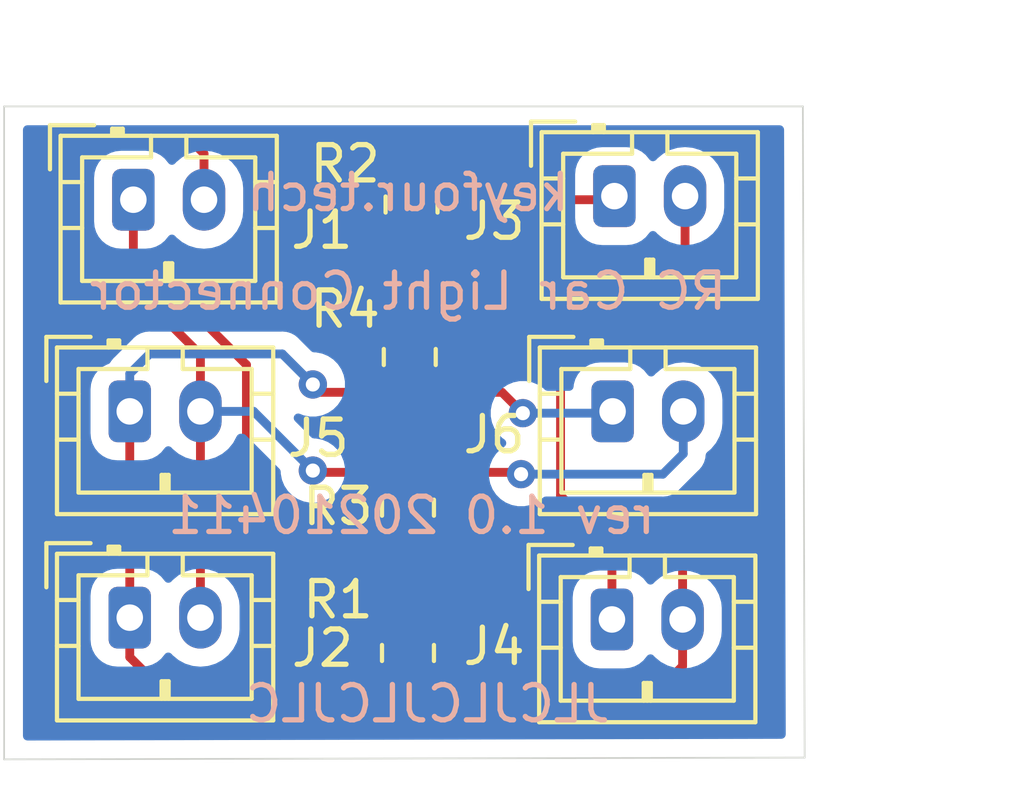
<source format=kicad_pcb>
(kicad_pcb (version 20171130) (host pcbnew 5.1.9)

  (general
    (thickness 1.6)
    (drawings 10)
    (tracks 65)
    (zones 0)
    (modules 10)
    (nets 7)
  )

  (page A4)
  (layers
    (0 F.Cu signal)
    (31 B.Cu signal)
    (32 B.Adhes user)
    (33 F.Adhes user)
    (34 B.Paste user)
    (35 F.Paste user)
    (36 B.SilkS user)
    (37 F.SilkS user)
    (38 B.Mask user)
    (39 F.Mask user)
    (40 Dwgs.User user)
    (41 Cmts.User user)
    (42 Eco1.User user)
    (43 Eco2.User user)
    (44 Edge.Cuts user)
    (45 Margin user)
    (46 B.CrtYd user)
    (47 F.CrtYd user)
    (48 B.Fab user)
    (49 F.Fab user)
  )

  (setup
    (last_trace_width 0.25)
    (trace_clearance 0.2)
    (zone_clearance 0.508)
    (zone_45_only no)
    (trace_min 0.2)
    (via_size 0.8)
    (via_drill 0.4)
    (via_min_size 0.4)
    (via_min_drill 0.3)
    (uvia_size 0.3)
    (uvia_drill 0.1)
    (uvias_allowed no)
    (uvia_min_size 0.2)
    (uvia_min_drill 0.1)
    (edge_width 0.05)
    (segment_width 0.2)
    (pcb_text_width 0.3)
    (pcb_text_size 1.5 1.5)
    (mod_edge_width 0.12)
    (mod_text_size 1 1)
    (mod_text_width 0.15)
    (pad_size 1.524 1.524)
    (pad_drill 0.762)
    (pad_to_mask_clearance 0)
    (aux_axis_origin 0 0)
    (visible_elements FFFFFF7F)
    (pcbplotparams
      (layerselection 0x010fc_ffffffff)
      (usegerberextensions false)
      (usegerberattributes true)
      (usegerberadvancedattributes true)
      (creategerberjobfile true)
      (excludeedgelayer true)
      (linewidth 0.100000)
      (plotframeref false)
      (viasonmask false)
      (mode 1)
      (useauxorigin false)
      (hpglpennumber 1)
      (hpglpenspeed 20)
      (hpglpendiameter 15.000000)
      (psnegative false)
      (psa4output false)
      (plotreference true)
      (plotvalue true)
      (plotinvisibletext false)
      (padsonsilk false)
      (subtractmaskfromsilk false)
      (outputformat 1)
      (mirror false)
      (drillshape 0)
      (scaleselection 1)
      (outputdirectory "Gerber/"))
  )

  (net 0 "")
  (net 1 "Net-(J1-Pad2)")
  (net 2 "Net-(J1-Pad1)")
  (net 3 "Net-(J3-Pad2)")
  (net 4 "Net-(J3-Pad1)")
  (net 5 "Net-(J2-Pad1)")
  (net 6 "Net-(J4-Pad1)")

  (net_class Default "This is the default net class."
    (clearance 0.2)
    (trace_width 0.25)
    (via_dia 0.8)
    (via_drill 0.4)
    (uvia_dia 0.3)
    (uvia_drill 0.1)
    (add_net "Net-(J1-Pad1)")
    (add_net "Net-(J1-Pad2)")
    (add_net "Net-(J2-Pad1)")
    (add_net "Net-(J3-Pad1)")
    (add_net "Net-(J3-Pad2)")
    (add_net "Net-(J4-Pad1)")
  )

  (module Connector_JST:JST_PH_B2B-PH-K_1x02_P2.00mm_Vertical (layer F.Cu) (tedit 5B7745C2) (tstamp 6072CA2C)
    (at 128.1176 84.9884)
    (descr "JST PH series connector, B2B-PH-K (http://www.jst-mfg.com/product/pdf/eng/ePH.pdf), generated with kicad-footprint-generator")
    (tags "connector JST PH side entry")
    (path /6072CC7D)
    (fp_text reference J1 (at 5.334 0.8636) (layer F.SilkS)
      (effects (font (size 1 1) (thickness 0.15)))
    )
    (fp_text value Conn_01x02 (at 1 4) (layer F.Fab)
      (effects (font (size 1 1) (thickness 0.15)))
    )
    (fp_line (start -2.06 -1.81) (end -2.06 2.91) (layer F.SilkS) (width 0.12))
    (fp_line (start -2.06 2.91) (end 4.06 2.91) (layer F.SilkS) (width 0.12))
    (fp_line (start 4.06 2.91) (end 4.06 -1.81) (layer F.SilkS) (width 0.12))
    (fp_line (start 4.06 -1.81) (end -2.06 -1.81) (layer F.SilkS) (width 0.12))
    (fp_line (start -0.3 -1.81) (end -0.3 -2.01) (layer F.SilkS) (width 0.12))
    (fp_line (start -0.3 -2.01) (end -0.6 -2.01) (layer F.SilkS) (width 0.12))
    (fp_line (start -0.6 -2.01) (end -0.6 -1.81) (layer F.SilkS) (width 0.12))
    (fp_line (start -0.3 -1.91) (end -0.6 -1.91) (layer F.SilkS) (width 0.12))
    (fp_line (start 0.5 -1.81) (end 0.5 -1.2) (layer F.SilkS) (width 0.12))
    (fp_line (start 0.5 -1.2) (end -1.45 -1.2) (layer F.SilkS) (width 0.12))
    (fp_line (start -1.45 -1.2) (end -1.45 2.3) (layer F.SilkS) (width 0.12))
    (fp_line (start -1.45 2.3) (end 3.45 2.3) (layer F.SilkS) (width 0.12))
    (fp_line (start 3.45 2.3) (end 3.45 -1.2) (layer F.SilkS) (width 0.12))
    (fp_line (start 3.45 -1.2) (end 1.5 -1.2) (layer F.SilkS) (width 0.12))
    (fp_line (start 1.5 -1.2) (end 1.5 -1.81) (layer F.SilkS) (width 0.12))
    (fp_line (start -2.06 -0.5) (end -1.45 -0.5) (layer F.SilkS) (width 0.12))
    (fp_line (start -2.06 0.8) (end -1.45 0.8) (layer F.SilkS) (width 0.12))
    (fp_line (start 4.06 -0.5) (end 3.45 -0.5) (layer F.SilkS) (width 0.12))
    (fp_line (start 4.06 0.8) (end 3.45 0.8) (layer F.SilkS) (width 0.12))
    (fp_line (start 0.9 2.3) (end 0.9 1.8) (layer F.SilkS) (width 0.12))
    (fp_line (start 0.9 1.8) (end 1.1 1.8) (layer F.SilkS) (width 0.12))
    (fp_line (start 1.1 1.8) (end 1.1 2.3) (layer F.SilkS) (width 0.12))
    (fp_line (start 1 2.3) (end 1 1.8) (layer F.SilkS) (width 0.12))
    (fp_line (start -1.11 -2.11) (end -2.36 -2.11) (layer F.SilkS) (width 0.12))
    (fp_line (start -2.36 -2.11) (end -2.36 -0.86) (layer F.SilkS) (width 0.12))
    (fp_line (start -1.11 -2.11) (end -2.36 -2.11) (layer F.Fab) (width 0.1))
    (fp_line (start -2.36 -2.11) (end -2.36 -0.86) (layer F.Fab) (width 0.1))
    (fp_line (start -1.95 -1.7) (end -1.95 2.8) (layer F.Fab) (width 0.1))
    (fp_line (start -1.95 2.8) (end 3.95 2.8) (layer F.Fab) (width 0.1))
    (fp_line (start 3.95 2.8) (end 3.95 -1.7) (layer F.Fab) (width 0.1))
    (fp_line (start 3.95 -1.7) (end -1.95 -1.7) (layer F.Fab) (width 0.1))
    (fp_line (start -2.45 -2.2) (end -2.45 3.3) (layer F.CrtYd) (width 0.05))
    (fp_line (start -2.45 3.3) (end 4.45 3.3) (layer F.CrtYd) (width 0.05))
    (fp_line (start 4.45 3.3) (end 4.45 -2.2) (layer F.CrtYd) (width 0.05))
    (fp_line (start 4.45 -2.2) (end -2.45 -2.2) (layer F.CrtYd) (width 0.05))
    (fp_text user %R (at 1 1.5) (layer F.Fab)
      (effects (font (size 1 1) (thickness 0.15)))
    )
    (pad 2 thru_hole oval (at 2 0) (size 1.2 1.75) (drill 0.75) (layers *.Cu *.Mask)
      (net 1 "Net-(J1-Pad2)"))
    (pad 1 thru_hole roundrect (at 0 0) (size 1.2 1.75) (drill 0.75) (layers *.Cu *.Mask) (roundrect_rratio 0.2083325)
      (net 2 "Net-(J1-Pad1)"))
    (model ${KISYS3DMOD}/Connector_JST.3dshapes/JST_PH_B2B-PH-K_1x02_P2.00mm_Vertical.wrl
      (at (xyz 0 0 0))
      (scale (xyz 1 1 1))
      (rotate (xyz 0 0 0))
    )
  )

  (module Connector_JST:JST_PH_B2B-PH-K_1x02_P2.00mm_Vertical (layer F.Cu) (tedit 5B7745C2) (tstamp 60724EDA)
    (at 128.016 96.8248)
    (descr "JST PH series connector, B2B-PH-K (http://www.jst-mfg.com/product/pdf/eng/ePH.pdf), generated with kicad-footprint-generator")
    (tags "connector JST PH side entry")
    (path /60729AC6)
    (fp_text reference J2 (at 5.4544 0.8636) (layer F.SilkS)
      (effects (font (size 1 1) (thickness 0.15)))
    )
    (fp_text value Conn_01x02 (at 1 4) (layer F.Fab)
      (effects (font (size 1 1) (thickness 0.15)))
    )
    (fp_line (start 4.45 -2.2) (end -2.45 -2.2) (layer F.CrtYd) (width 0.05))
    (fp_line (start 4.45 3.3) (end 4.45 -2.2) (layer F.CrtYd) (width 0.05))
    (fp_line (start -2.45 3.3) (end 4.45 3.3) (layer F.CrtYd) (width 0.05))
    (fp_line (start -2.45 -2.2) (end -2.45 3.3) (layer F.CrtYd) (width 0.05))
    (fp_line (start 3.95 -1.7) (end -1.95 -1.7) (layer F.Fab) (width 0.1))
    (fp_line (start 3.95 2.8) (end 3.95 -1.7) (layer F.Fab) (width 0.1))
    (fp_line (start -1.95 2.8) (end 3.95 2.8) (layer F.Fab) (width 0.1))
    (fp_line (start -1.95 -1.7) (end -1.95 2.8) (layer F.Fab) (width 0.1))
    (fp_line (start -2.36 -2.11) (end -2.36 -0.86) (layer F.Fab) (width 0.1))
    (fp_line (start -1.11 -2.11) (end -2.36 -2.11) (layer F.Fab) (width 0.1))
    (fp_line (start -2.36 -2.11) (end -2.36 -0.86) (layer F.SilkS) (width 0.12))
    (fp_line (start -1.11 -2.11) (end -2.36 -2.11) (layer F.SilkS) (width 0.12))
    (fp_line (start 1 2.3) (end 1 1.8) (layer F.SilkS) (width 0.12))
    (fp_line (start 1.1 1.8) (end 1.1 2.3) (layer F.SilkS) (width 0.12))
    (fp_line (start 0.9 1.8) (end 1.1 1.8) (layer F.SilkS) (width 0.12))
    (fp_line (start 0.9 2.3) (end 0.9 1.8) (layer F.SilkS) (width 0.12))
    (fp_line (start 4.06 0.8) (end 3.45 0.8) (layer F.SilkS) (width 0.12))
    (fp_line (start 4.06 -0.5) (end 3.45 -0.5) (layer F.SilkS) (width 0.12))
    (fp_line (start -2.06 0.8) (end -1.45 0.8) (layer F.SilkS) (width 0.12))
    (fp_line (start -2.06 -0.5) (end -1.45 -0.5) (layer F.SilkS) (width 0.12))
    (fp_line (start 1.5 -1.2) (end 1.5 -1.81) (layer F.SilkS) (width 0.12))
    (fp_line (start 3.45 -1.2) (end 1.5 -1.2) (layer F.SilkS) (width 0.12))
    (fp_line (start 3.45 2.3) (end 3.45 -1.2) (layer F.SilkS) (width 0.12))
    (fp_line (start -1.45 2.3) (end 3.45 2.3) (layer F.SilkS) (width 0.12))
    (fp_line (start -1.45 -1.2) (end -1.45 2.3) (layer F.SilkS) (width 0.12))
    (fp_line (start 0.5 -1.2) (end -1.45 -1.2) (layer F.SilkS) (width 0.12))
    (fp_line (start 0.5 -1.81) (end 0.5 -1.2) (layer F.SilkS) (width 0.12))
    (fp_line (start -0.3 -1.91) (end -0.6 -1.91) (layer F.SilkS) (width 0.12))
    (fp_line (start -0.6 -2.01) (end -0.6 -1.81) (layer F.SilkS) (width 0.12))
    (fp_line (start -0.3 -2.01) (end -0.6 -2.01) (layer F.SilkS) (width 0.12))
    (fp_line (start -0.3 -1.81) (end -0.3 -2.01) (layer F.SilkS) (width 0.12))
    (fp_line (start 4.06 -1.81) (end -2.06 -1.81) (layer F.SilkS) (width 0.12))
    (fp_line (start 4.06 2.91) (end 4.06 -1.81) (layer F.SilkS) (width 0.12))
    (fp_line (start -2.06 2.91) (end 4.06 2.91) (layer F.SilkS) (width 0.12))
    (fp_line (start -2.06 -1.81) (end -2.06 2.91) (layer F.SilkS) (width 0.12))
    (fp_text user %R (at 1 1.5) (layer F.Fab)
      (effects (font (size 1 1) (thickness 0.15)))
    )
    (pad 1 thru_hole roundrect (at 0 0) (size 1.2 1.75) (drill 0.75) (layers *.Cu *.Mask) (roundrect_rratio 0.2083325)
      (net 5 "Net-(J2-Pad1)"))
    (pad 2 thru_hole oval (at 2 0) (size 1.2 1.75) (drill 0.75) (layers *.Cu *.Mask)
      (net 1 "Net-(J1-Pad2)"))
    (model ${KISYS3DMOD}/Connector_JST.3dshapes/JST_PH_B2B-PH-K_1x02_P2.00mm_Vertical.wrl
      (at (xyz 0 0 0))
      (scale (xyz 1 1 1))
      (rotate (xyz 0 0 0))
    )
  )

  (module Connector_JST:JST_PH_B2B-PH-K_1x02_P2.00mm_Vertical (layer F.Cu) (tedit 5B7745C2) (tstamp 6072D587)
    (at 141.732 84.8868)
    (descr "JST PH series connector, B2B-PH-K (http://www.jst-mfg.com/product/pdf/eng/ePH.pdf), generated with kicad-footprint-generator")
    (tags "connector JST PH side entry")
    (path /6073261E)
    (fp_text reference J3 (at -3.4036 0.7112) (layer F.SilkS)
      (effects (font (size 1 1) (thickness 0.15)))
    )
    (fp_text value Conn_01x02 (at 1 4) (layer F.Fab)
      (effects (font (size 1 1) (thickness 0.15)))
    )
    (fp_line (start -2.06 -1.81) (end -2.06 2.91) (layer F.SilkS) (width 0.12))
    (fp_line (start -2.06 2.91) (end 4.06 2.91) (layer F.SilkS) (width 0.12))
    (fp_line (start 4.06 2.91) (end 4.06 -1.81) (layer F.SilkS) (width 0.12))
    (fp_line (start 4.06 -1.81) (end -2.06 -1.81) (layer F.SilkS) (width 0.12))
    (fp_line (start -0.3 -1.81) (end -0.3 -2.01) (layer F.SilkS) (width 0.12))
    (fp_line (start -0.3 -2.01) (end -0.6 -2.01) (layer F.SilkS) (width 0.12))
    (fp_line (start -0.6 -2.01) (end -0.6 -1.81) (layer F.SilkS) (width 0.12))
    (fp_line (start -0.3 -1.91) (end -0.6 -1.91) (layer F.SilkS) (width 0.12))
    (fp_line (start 0.5 -1.81) (end 0.5 -1.2) (layer F.SilkS) (width 0.12))
    (fp_line (start 0.5 -1.2) (end -1.45 -1.2) (layer F.SilkS) (width 0.12))
    (fp_line (start -1.45 -1.2) (end -1.45 2.3) (layer F.SilkS) (width 0.12))
    (fp_line (start -1.45 2.3) (end 3.45 2.3) (layer F.SilkS) (width 0.12))
    (fp_line (start 3.45 2.3) (end 3.45 -1.2) (layer F.SilkS) (width 0.12))
    (fp_line (start 3.45 -1.2) (end 1.5 -1.2) (layer F.SilkS) (width 0.12))
    (fp_line (start 1.5 -1.2) (end 1.5 -1.81) (layer F.SilkS) (width 0.12))
    (fp_line (start -2.06 -0.5) (end -1.45 -0.5) (layer F.SilkS) (width 0.12))
    (fp_line (start -2.06 0.8) (end -1.45 0.8) (layer F.SilkS) (width 0.12))
    (fp_line (start 4.06 -0.5) (end 3.45 -0.5) (layer F.SilkS) (width 0.12))
    (fp_line (start 4.06 0.8) (end 3.45 0.8) (layer F.SilkS) (width 0.12))
    (fp_line (start 0.9 2.3) (end 0.9 1.8) (layer F.SilkS) (width 0.12))
    (fp_line (start 0.9 1.8) (end 1.1 1.8) (layer F.SilkS) (width 0.12))
    (fp_line (start 1.1 1.8) (end 1.1 2.3) (layer F.SilkS) (width 0.12))
    (fp_line (start 1 2.3) (end 1 1.8) (layer F.SilkS) (width 0.12))
    (fp_line (start -1.11 -2.11) (end -2.36 -2.11) (layer F.SilkS) (width 0.12))
    (fp_line (start -2.36 -2.11) (end -2.36 -0.86) (layer F.SilkS) (width 0.12))
    (fp_line (start -1.11 -2.11) (end -2.36 -2.11) (layer F.Fab) (width 0.1))
    (fp_line (start -2.36 -2.11) (end -2.36 -0.86) (layer F.Fab) (width 0.1))
    (fp_line (start -1.95 -1.7) (end -1.95 2.8) (layer F.Fab) (width 0.1))
    (fp_line (start -1.95 2.8) (end 3.95 2.8) (layer F.Fab) (width 0.1))
    (fp_line (start 3.95 2.8) (end 3.95 -1.7) (layer F.Fab) (width 0.1))
    (fp_line (start 3.95 -1.7) (end -1.95 -1.7) (layer F.Fab) (width 0.1))
    (fp_line (start -2.45 -2.2) (end -2.45 3.3) (layer F.CrtYd) (width 0.05))
    (fp_line (start -2.45 3.3) (end 4.45 3.3) (layer F.CrtYd) (width 0.05))
    (fp_line (start 4.45 3.3) (end 4.45 -2.2) (layer F.CrtYd) (width 0.05))
    (fp_line (start 4.45 -2.2) (end -2.45 -2.2) (layer F.CrtYd) (width 0.05))
    (fp_text user %R (at 1 1.5) (layer F.Fab)
      (effects (font (size 1 1) (thickness 0.15)))
    )
    (pad 2 thru_hole oval (at 2 0) (size 1.2 1.75) (drill 0.75) (layers *.Cu *.Mask)
      (net 3 "Net-(J3-Pad2)"))
    (pad 1 thru_hole roundrect (at 0 0) (size 1.2 1.75) (drill 0.75) (layers *.Cu *.Mask) (roundrect_rratio 0.2083325)
      (net 4 "Net-(J3-Pad1)"))
    (model ${KISYS3DMOD}/Connector_JST.3dshapes/JST_PH_B2B-PH-K_1x02_P2.00mm_Vertical.wrl
      (at (xyz 0 0 0))
      (scale (xyz 1 1 1))
      (rotate (xyz 0 0 0))
    )
  )

  (module Connector_JST:JST_PH_B2B-PH-K_1x02_P2.00mm_Vertical (layer F.Cu) (tedit 5B7745C2) (tstamp 60724F2E)
    (at 141.6624 96.8756)
    (descr "JST PH series connector, B2B-PH-K (http://www.jst-mfg.com/product/pdf/eng/ePH.pdf), generated with kicad-footprint-generator")
    (tags "connector JST PH side entry")
    (path /60732612)
    (fp_text reference J4 (at -3.334 0.762) (layer F.SilkS)
      (effects (font (size 1 1) (thickness 0.15)))
    )
    (fp_text value Conn_01x02 (at 1 4) (layer F.Fab)
      (effects (font (size 1 1) (thickness 0.15)))
    )
    (fp_line (start 4.45 -2.2) (end -2.45 -2.2) (layer F.CrtYd) (width 0.05))
    (fp_line (start 4.45 3.3) (end 4.45 -2.2) (layer F.CrtYd) (width 0.05))
    (fp_line (start -2.45 3.3) (end 4.45 3.3) (layer F.CrtYd) (width 0.05))
    (fp_line (start -2.45 -2.2) (end -2.45 3.3) (layer F.CrtYd) (width 0.05))
    (fp_line (start 3.95 -1.7) (end -1.95 -1.7) (layer F.Fab) (width 0.1))
    (fp_line (start 3.95 2.8) (end 3.95 -1.7) (layer F.Fab) (width 0.1))
    (fp_line (start -1.95 2.8) (end 3.95 2.8) (layer F.Fab) (width 0.1))
    (fp_line (start -1.95 -1.7) (end -1.95 2.8) (layer F.Fab) (width 0.1))
    (fp_line (start -2.36 -2.11) (end -2.36 -0.86) (layer F.Fab) (width 0.1))
    (fp_line (start -1.11 -2.11) (end -2.36 -2.11) (layer F.Fab) (width 0.1))
    (fp_line (start -2.36 -2.11) (end -2.36 -0.86) (layer F.SilkS) (width 0.12))
    (fp_line (start -1.11 -2.11) (end -2.36 -2.11) (layer F.SilkS) (width 0.12))
    (fp_line (start 1 2.3) (end 1 1.8) (layer F.SilkS) (width 0.12))
    (fp_line (start 1.1 1.8) (end 1.1 2.3) (layer F.SilkS) (width 0.12))
    (fp_line (start 0.9 1.8) (end 1.1 1.8) (layer F.SilkS) (width 0.12))
    (fp_line (start 0.9 2.3) (end 0.9 1.8) (layer F.SilkS) (width 0.12))
    (fp_line (start 4.06 0.8) (end 3.45 0.8) (layer F.SilkS) (width 0.12))
    (fp_line (start 4.06 -0.5) (end 3.45 -0.5) (layer F.SilkS) (width 0.12))
    (fp_line (start -2.06 0.8) (end -1.45 0.8) (layer F.SilkS) (width 0.12))
    (fp_line (start -2.06 -0.5) (end -1.45 -0.5) (layer F.SilkS) (width 0.12))
    (fp_line (start 1.5 -1.2) (end 1.5 -1.81) (layer F.SilkS) (width 0.12))
    (fp_line (start 3.45 -1.2) (end 1.5 -1.2) (layer F.SilkS) (width 0.12))
    (fp_line (start 3.45 2.3) (end 3.45 -1.2) (layer F.SilkS) (width 0.12))
    (fp_line (start -1.45 2.3) (end 3.45 2.3) (layer F.SilkS) (width 0.12))
    (fp_line (start -1.45 -1.2) (end -1.45 2.3) (layer F.SilkS) (width 0.12))
    (fp_line (start 0.5 -1.2) (end -1.45 -1.2) (layer F.SilkS) (width 0.12))
    (fp_line (start 0.5 -1.81) (end 0.5 -1.2) (layer F.SilkS) (width 0.12))
    (fp_line (start -0.3 -1.91) (end -0.6 -1.91) (layer F.SilkS) (width 0.12))
    (fp_line (start -0.6 -2.01) (end -0.6 -1.81) (layer F.SilkS) (width 0.12))
    (fp_line (start -0.3 -2.01) (end -0.6 -2.01) (layer F.SilkS) (width 0.12))
    (fp_line (start -0.3 -1.81) (end -0.3 -2.01) (layer F.SilkS) (width 0.12))
    (fp_line (start 4.06 -1.81) (end -2.06 -1.81) (layer F.SilkS) (width 0.12))
    (fp_line (start 4.06 2.91) (end 4.06 -1.81) (layer F.SilkS) (width 0.12))
    (fp_line (start -2.06 2.91) (end 4.06 2.91) (layer F.SilkS) (width 0.12))
    (fp_line (start -2.06 -1.81) (end -2.06 2.91) (layer F.SilkS) (width 0.12))
    (fp_text user %R (at 1 1.5) (layer F.Fab)
      (effects (font (size 1 1) (thickness 0.15)))
    )
    (pad 1 thru_hole roundrect (at 0 0) (size 1.2 1.75) (drill 0.75) (layers *.Cu *.Mask) (roundrect_rratio 0.2083325)
      (net 6 "Net-(J4-Pad1)"))
    (pad 2 thru_hole oval (at 2 0) (size 1.2 1.75) (drill 0.75) (layers *.Cu *.Mask)
      (net 3 "Net-(J3-Pad2)"))
    (model ${KISYS3DMOD}/Connector_JST.3dshapes/JST_PH_B2B-PH-K_1x02_P2.00mm_Vertical.wrl
      (at (xyz 0 0 0))
      (scale (xyz 1 1 1))
      (rotate (xyz 0 0 0))
    )
  )

  (module Connector_JST:JST_PH_B2B-PH-K_1x02_P2.00mm_Vertical (layer F.Cu) (tedit 5B7745C2) (tstamp 6072C12C)
    (at 128.016 90.9828)
    (descr "JST PH series connector, B2B-PH-K (http://www.jst-mfg.com/product/pdf/eng/ePH.pdf), generated with kicad-footprint-generator")
    (tags "connector JST PH side entry")
    (path /6072B4CE)
    (fp_text reference J5 (at 5.334 0.762) (layer F.SilkS)
      (effects (font (size 1 1) (thickness 0.15)))
    )
    (fp_text value Conn_01x02 (at 1 4) (layer F.Fab)
      (effects (font (size 1 1) (thickness 0.15)))
    )
    (fp_line (start 4.45 -2.2) (end -2.45 -2.2) (layer F.CrtYd) (width 0.05))
    (fp_line (start 4.45 3.3) (end 4.45 -2.2) (layer F.CrtYd) (width 0.05))
    (fp_line (start -2.45 3.3) (end 4.45 3.3) (layer F.CrtYd) (width 0.05))
    (fp_line (start -2.45 -2.2) (end -2.45 3.3) (layer F.CrtYd) (width 0.05))
    (fp_line (start 3.95 -1.7) (end -1.95 -1.7) (layer F.Fab) (width 0.1))
    (fp_line (start 3.95 2.8) (end 3.95 -1.7) (layer F.Fab) (width 0.1))
    (fp_line (start -1.95 2.8) (end 3.95 2.8) (layer F.Fab) (width 0.1))
    (fp_line (start -1.95 -1.7) (end -1.95 2.8) (layer F.Fab) (width 0.1))
    (fp_line (start -2.36 -2.11) (end -2.36 -0.86) (layer F.Fab) (width 0.1))
    (fp_line (start -1.11 -2.11) (end -2.36 -2.11) (layer F.Fab) (width 0.1))
    (fp_line (start -2.36 -2.11) (end -2.36 -0.86) (layer F.SilkS) (width 0.12))
    (fp_line (start -1.11 -2.11) (end -2.36 -2.11) (layer F.SilkS) (width 0.12))
    (fp_line (start 1 2.3) (end 1 1.8) (layer F.SilkS) (width 0.12))
    (fp_line (start 1.1 1.8) (end 1.1 2.3) (layer F.SilkS) (width 0.12))
    (fp_line (start 0.9 1.8) (end 1.1 1.8) (layer F.SilkS) (width 0.12))
    (fp_line (start 0.9 2.3) (end 0.9 1.8) (layer F.SilkS) (width 0.12))
    (fp_line (start 4.06 0.8) (end 3.45 0.8) (layer F.SilkS) (width 0.12))
    (fp_line (start 4.06 -0.5) (end 3.45 -0.5) (layer F.SilkS) (width 0.12))
    (fp_line (start -2.06 0.8) (end -1.45 0.8) (layer F.SilkS) (width 0.12))
    (fp_line (start -2.06 -0.5) (end -1.45 -0.5) (layer F.SilkS) (width 0.12))
    (fp_line (start 1.5 -1.2) (end 1.5 -1.81) (layer F.SilkS) (width 0.12))
    (fp_line (start 3.45 -1.2) (end 1.5 -1.2) (layer F.SilkS) (width 0.12))
    (fp_line (start 3.45 2.3) (end 3.45 -1.2) (layer F.SilkS) (width 0.12))
    (fp_line (start -1.45 2.3) (end 3.45 2.3) (layer F.SilkS) (width 0.12))
    (fp_line (start -1.45 -1.2) (end -1.45 2.3) (layer F.SilkS) (width 0.12))
    (fp_line (start 0.5 -1.2) (end -1.45 -1.2) (layer F.SilkS) (width 0.12))
    (fp_line (start 0.5 -1.81) (end 0.5 -1.2) (layer F.SilkS) (width 0.12))
    (fp_line (start -0.3 -1.91) (end -0.6 -1.91) (layer F.SilkS) (width 0.12))
    (fp_line (start -0.6 -2.01) (end -0.6 -1.81) (layer F.SilkS) (width 0.12))
    (fp_line (start -0.3 -2.01) (end -0.6 -2.01) (layer F.SilkS) (width 0.12))
    (fp_line (start -0.3 -1.81) (end -0.3 -2.01) (layer F.SilkS) (width 0.12))
    (fp_line (start 4.06 -1.81) (end -2.06 -1.81) (layer F.SilkS) (width 0.12))
    (fp_line (start 4.06 2.91) (end 4.06 -1.81) (layer F.SilkS) (width 0.12))
    (fp_line (start -2.06 2.91) (end 4.06 2.91) (layer F.SilkS) (width 0.12))
    (fp_line (start -2.06 -1.81) (end -2.06 2.91) (layer F.SilkS) (width 0.12))
    (fp_text user %R (at 1 1.5) (layer F.Fab)
      (effects (font (size 1 1) (thickness 0.15)))
    )
    (pad 1 thru_hole roundrect (at 0 0) (size 1.2 1.75) (drill 0.75) (layers *.Cu *.Mask) (roundrect_rratio 0.208333)
      (net 5 "Net-(J2-Pad1)"))
    (pad 2 thru_hole oval (at 2 0) (size 1.2 1.75) (drill 0.75) (layers *.Cu *.Mask)
      (net 1 "Net-(J1-Pad2)"))
    (model ${KISYS3DMOD}/Connector_JST.3dshapes/JST_PH_B2B-PH-K_1x02_P2.00mm_Vertical.wrl
      (at (xyz 0 0 0))
      (scale (xyz 1 1 1))
      (rotate (xyz 0 0 0))
    )
  )

  (module Connector_JST:JST_PH_B2B-PH-K_1x02_P2.00mm_Vertical (layer F.Cu) (tedit 5B7745C2) (tstamp 6072C156)
    (at 141.6812 90.9828)
    (descr "JST PH series connector, B2B-PH-K (http://www.jst-mfg.com/product/pdf/eng/ePH.pdf), generated with kicad-footprint-generator")
    (tags "connector JST PH side entry")
    (path /6072BBB9)
    (fp_text reference J6 (at -3.3528 0.6604) (layer F.SilkS)
      (effects (font (size 1 1) (thickness 0.15)))
    )
    (fp_text value Conn_01x02 (at 1 4) (layer F.Fab)
      (effects (font (size 1 1) (thickness 0.15)))
    )
    (fp_text user %R (at 1 1.5) (layer F.Fab)
      (effects (font (size 1 1) (thickness 0.15)))
    )
    (fp_line (start -2.06 -1.81) (end -2.06 2.91) (layer F.SilkS) (width 0.12))
    (fp_line (start -2.06 2.91) (end 4.06 2.91) (layer F.SilkS) (width 0.12))
    (fp_line (start 4.06 2.91) (end 4.06 -1.81) (layer F.SilkS) (width 0.12))
    (fp_line (start 4.06 -1.81) (end -2.06 -1.81) (layer F.SilkS) (width 0.12))
    (fp_line (start -0.3 -1.81) (end -0.3 -2.01) (layer F.SilkS) (width 0.12))
    (fp_line (start -0.3 -2.01) (end -0.6 -2.01) (layer F.SilkS) (width 0.12))
    (fp_line (start -0.6 -2.01) (end -0.6 -1.81) (layer F.SilkS) (width 0.12))
    (fp_line (start -0.3 -1.91) (end -0.6 -1.91) (layer F.SilkS) (width 0.12))
    (fp_line (start 0.5 -1.81) (end 0.5 -1.2) (layer F.SilkS) (width 0.12))
    (fp_line (start 0.5 -1.2) (end -1.45 -1.2) (layer F.SilkS) (width 0.12))
    (fp_line (start -1.45 -1.2) (end -1.45 2.3) (layer F.SilkS) (width 0.12))
    (fp_line (start -1.45 2.3) (end 3.45 2.3) (layer F.SilkS) (width 0.12))
    (fp_line (start 3.45 2.3) (end 3.45 -1.2) (layer F.SilkS) (width 0.12))
    (fp_line (start 3.45 -1.2) (end 1.5 -1.2) (layer F.SilkS) (width 0.12))
    (fp_line (start 1.5 -1.2) (end 1.5 -1.81) (layer F.SilkS) (width 0.12))
    (fp_line (start -2.06 -0.5) (end -1.45 -0.5) (layer F.SilkS) (width 0.12))
    (fp_line (start -2.06 0.8) (end -1.45 0.8) (layer F.SilkS) (width 0.12))
    (fp_line (start 4.06 -0.5) (end 3.45 -0.5) (layer F.SilkS) (width 0.12))
    (fp_line (start 4.06 0.8) (end 3.45 0.8) (layer F.SilkS) (width 0.12))
    (fp_line (start 0.9 2.3) (end 0.9 1.8) (layer F.SilkS) (width 0.12))
    (fp_line (start 0.9 1.8) (end 1.1 1.8) (layer F.SilkS) (width 0.12))
    (fp_line (start 1.1 1.8) (end 1.1 2.3) (layer F.SilkS) (width 0.12))
    (fp_line (start 1 2.3) (end 1 1.8) (layer F.SilkS) (width 0.12))
    (fp_line (start -1.11 -2.11) (end -2.36 -2.11) (layer F.SilkS) (width 0.12))
    (fp_line (start -2.36 -2.11) (end -2.36 -0.86) (layer F.SilkS) (width 0.12))
    (fp_line (start -1.11 -2.11) (end -2.36 -2.11) (layer F.Fab) (width 0.1))
    (fp_line (start -2.36 -2.11) (end -2.36 -0.86) (layer F.Fab) (width 0.1))
    (fp_line (start -1.95 -1.7) (end -1.95 2.8) (layer F.Fab) (width 0.1))
    (fp_line (start -1.95 2.8) (end 3.95 2.8) (layer F.Fab) (width 0.1))
    (fp_line (start 3.95 2.8) (end 3.95 -1.7) (layer F.Fab) (width 0.1))
    (fp_line (start 3.95 -1.7) (end -1.95 -1.7) (layer F.Fab) (width 0.1))
    (fp_line (start -2.45 -2.2) (end -2.45 3.3) (layer F.CrtYd) (width 0.05))
    (fp_line (start -2.45 3.3) (end 4.45 3.3) (layer F.CrtYd) (width 0.05))
    (fp_line (start 4.45 3.3) (end 4.45 -2.2) (layer F.CrtYd) (width 0.05))
    (fp_line (start 4.45 -2.2) (end -2.45 -2.2) (layer F.CrtYd) (width 0.05))
    (pad 2 thru_hole oval (at 2 0) (size 1.2 1.75) (drill 0.75) (layers *.Cu *.Mask)
      (net 1 "Net-(J1-Pad2)"))
    (pad 1 thru_hole roundrect (at 0 0) (size 1.2 1.75) (drill 0.75) (layers *.Cu *.Mask) (roundrect_rratio 0.208333)
      (net 5 "Net-(J2-Pad1)"))
    (model ${KISYS3DMOD}/Connector_JST.3dshapes/JST_PH_B2B-PH-K_1x02_P2.00mm_Vertical.wrl
      (at (xyz 0 0 0))
      (scale (xyz 1 1 1))
      (rotate (xyz 0 0 0))
    )
  )

  (module Resistor_SMD:R_0805_2012Metric_Pad1.20x1.40mm_HandSolder (layer F.Cu) (tedit 5F68FEEE) (tstamp 6072C401)
    (at 135.89 97.8248 90)
    (descr "Resistor SMD 0805 (2012 Metric), square (rectangular) end terminal, IPC_7351 nominal with elongated pad for handsoldering. (Body size source: IPC-SM-782 page 72, https://www.pcb-3d.com/wordpress/wp-content/uploads/ipc-sm-782a_amendment_1_and_2.pdf), generated with kicad-footprint-generator")
    (tags "resistor handsolder")
    (path /6072A58B)
    (attr smd)
    (fp_text reference R1 (at 1.508 -1.9812 180) (layer F.SilkS)
      (effects (font (size 1 1) (thickness 0.15)))
    )
    (fp_text value 22 (at 0 1.65 90) (layer F.Fab)
      (effects (font (size 1 1) (thickness 0.15)))
    )
    (fp_line (start 1.85 0.95) (end -1.85 0.95) (layer F.CrtYd) (width 0.05))
    (fp_line (start 1.85 -0.95) (end 1.85 0.95) (layer F.CrtYd) (width 0.05))
    (fp_line (start -1.85 -0.95) (end 1.85 -0.95) (layer F.CrtYd) (width 0.05))
    (fp_line (start -1.85 0.95) (end -1.85 -0.95) (layer F.CrtYd) (width 0.05))
    (fp_line (start -0.227064 0.735) (end 0.227064 0.735) (layer F.SilkS) (width 0.12))
    (fp_line (start -0.227064 -0.735) (end 0.227064 -0.735) (layer F.SilkS) (width 0.12))
    (fp_line (start 1 0.625) (end -1 0.625) (layer F.Fab) (width 0.1))
    (fp_line (start 1 -0.625) (end 1 0.625) (layer F.Fab) (width 0.1))
    (fp_line (start -1 -0.625) (end 1 -0.625) (layer F.Fab) (width 0.1))
    (fp_line (start -1 0.625) (end -1 -0.625) (layer F.Fab) (width 0.1))
    (fp_text user %R (at 0 0 90) (layer F.Fab)
      (effects (font (size 0.5 0.5) (thickness 0.08)))
    )
    (pad 1 smd roundrect (at -1 0 90) (size 1.2 1.4) (layers F.Cu F.Paste F.Mask) (roundrect_rratio 0.208333)
      (net 5 "Net-(J2-Pad1)"))
    (pad 2 smd roundrect (at 1 0 90) (size 1.2 1.4) (layers F.Cu F.Paste F.Mask) (roundrect_rratio 0.208333)
      (net 2 "Net-(J1-Pad1)"))
    (model ${KISYS3DMOD}/Resistor_SMD.3dshapes/R_0805_2012Metric.wrl
      (at (xyz 0 0 0))
      (scale (xyz 1 1 1))
      (rotate (xyz 0 0 0))
    )
  )

  (module Resistor_SMD:R_0805_2012Metric_Pad1.20x1.40mm_HandSolder (layer F.Cu) (tedit 5F68FEEE) (tstamp 6072C411)
    (at 135.9916 85.1248 90)
    (descr "Resistor SMD 0805 (2012 Metric), square (rectangular) end terminal, IPC_7351 nominal with elongated pad for handsoldering. (Body size source: IPC-SM-782 page 72, https://www.pcb-3d.com/wordpress/wp-content/uploads/ipc-sm-782a_amendment_1_and_2.pdf), generated with kicad-footprint-generator")
    (tags "resistor handsolder")
    (path /60732618)
    (attr smd)
    (fp_text reference R2 (at 1.1524 -1.8796 180) (layer F.SilkS)
      (effects (font (size 1 1) (thickness 0.15)))
    )
    (fp_text value 22 (at 0 1.65 90) (layer F.Fab)
      (effects (font (size 1 1) (thickness 0.15)))
    )
    (fp_text user %R (at 0 0 90) (layer F.Fab)
      (effects (font (size 0.5 0.5) (thickness 0.08)))
    )
    (fp_line (start -1 0.625) (end -1 -0.625) (layer F.Fab) (width 0.1))
    (fp_line (start -1 -0.625) (end 1 -0.625) (layer F.Fab) (width 0.1))
    (fp_line (start 1 -0.625) (end 1 0.625) (layer F.Fab) (width 0.1))
    (fp_line (start 1 0.625) (end -1 0.625) (layer F.Fab) (width 0.1))
    (fp_line (start -0.227064 -0.735) (end 0.227064 -0.735) (layer F.SilkS) (width 0.12))
    (fp_line (start -0.227064 0.735) (end 0.227064 0.735) (layer F.SilkS) (width 0.12))
    (fp_line (start -1.85 0.95) (end -1.85 -0.95) (layer F.CrtYd) (width 0.05))
    (fp_line (start -1.85 -0.95) (end 1.85 -0.95) (layer F.CrtYd) (width 0.05))
    (fp_line (start 1.85 -0.95) (end 1.85 0.95) (layer F.CrtYd) (width 0.05))
    (fp_line (start 1.85 0.95) (end -1.85 0.95) (layer F.CrtYd) (width 0.05))
    (pad 2 smd roundrect (at 1 0 90) (size 1.2 1.4) (layers F.Cu F.Paste F.Mask) (roundrect_rratio 0.208333)
      (net 4 "Net-(J3-Pad1)"))
    (pad 1 smd roundrect (at -1 0 90) (size 1.2 1.4) (layers F.Cu F.Paste F.Mask) (roundrect_rratio 0.208333)
      (net 6 "Net-(J4-Pad1)"))
    (model ${KISYS3DMOD}/Resistor_SMD.3dshapes/R_0805_2012Metric.wrl
      (at (xyz 0 0 0))
      (scale (xyz 1 1 1))
      (rotate (xyz 0 0 0))
    )
  )

  (module Resistor_SMD:R_0805_2012Metric_Pad1.20x1.40mm_HandSolder (layer F.Cu) (tedit 5F68FEEE) (tstamp 6072C421)
    (at 135.89 93.71 90)
    (descr "Resistor SMD 0805 (2012 Metric), square (rectangular) end terminal, IPC_7351 nominal with elongated pad for handsoldering. (Body size source: IPC-SM-782 page 72, https://www.pcb-3d.com/wordpress/wp-content/uploads/ipc-sm-782a_amendment_1_and_2.pdf), generated with kicad-footprint-generator")
    (tags "resistor handsolder")
    (path /60732405)
    (attr smd)
    (fp_text reference R3 (at 0.0348 -1.9812 180) (layer F.SilkS)
      (effects (font (size 1 1) (thickness 0.15)))
    )
    (fp_text value 0 (at 0 1.65 90) (layer F.Fab)
      (effects (font (size 1 1) (thickness 0.15)))
    )
    (fp_line (start 1.85 0.95) (end -1.85 0.95) (layer F.CrtYd) (width 0.05))
    (fp_line (start 1.85 -0.95) (end 1.85 0.95) (layer F.CrtYd) (width 0.05))
    (fp_line (start -1.85 -0.95) (end 1.85 -0.95) (layer F.CrtYd) (width 0.05))
    (fp_line (start -1.85 0.95) (end -1.85 -0.95) (layer F.CrtYd) (width 0.05))
    (fp_line (start -0.227064 0.735) (end 0.227064 0.735) (layer F.SilkS) (width 0.12))
    (fp_line (start -0.227064 -0.735) (end 0.227064 -0.735) (layer F.SilkS) (width 0.12))
    (fp_line (start 1 0.625) (end -1 0.625) (layer F.Fab) (width 0.1))
    (fp_line (start 1 -0.625) (end 1 0.625) (layer F.Fab) (width 0.1))
    (fp_line (start -1 -0.625) (end 1 -0.625) (layer F.Fab) (width 0.1))
    (fp_line (start -1 0.625) (end -1 -0.625) (layer F.Fab) (width 0.1))
    (fp_text user %R (at 0 0 90) (layer F.Fab)
      (effects (font (size 0.5 0.5) (thickness 0.08)))
    )
    (pad 1 smd roundrect (at -1 0 90) (size 1.2 1.4) (layers F.Cu F.Paste F.Mask) (roundrect_rratio 0.208333)
      (net 3 "Net-(J3-Pad2)"))
    (pad 2 smd roundrect (at 1 0 90) (size 1.2 1.4) (layers F.Cu F.Paste F.Mask) (roundrect_rratio 0.208333)
      (net 1 "Net-(J1-Pad2)"))
    (model ${KISYS3DMOD}/Resistor_SMD.3dshapes/R_0805_2012Metric.wrl
      (at (xyz 0 0 0))
      (scale (xyz 1 1 1))
      (rotate (xyz 0 0 0))
    )
  )

  (module Resistor_SMD:R_0805_2012Metric_Pad1.20x1.40mm_HandSolder (layer F.Cu) (tedit 5F68FEEE) (tstamp 6072C72E)
    (at 135.9408 89.4428 270)
    (descr "Resistor SMD 0805 (2012 Metric), square (rectangular) end terminal, IPC_7351 nominal with elongated pad for handsoldering. (Body size source: IPC-SM-782 page 72, https://www.pcb-3d.com/wordpress/wp-content/uploads/ipc-sm-782a_amendment_1_and_2.pdf), generated with kicad-footprint-generator")
    (tags "resistor handsolder")
    (path /60732836)
    (attr smd)
    (fp_text reference R4 (at -1.3556 1.8288 180) (layer F.SilkS)
      (effects (font (size 1 1) (thickness 0.15)))
    )
    (fp_text value 0 (at 0 1.65 90) (layer F.Fab)
      (effects (font (size 1 1) (thickness 0.15)))
    )
    (fp_text user %R (at 0 0 90) (layer F.Fab)
      (effects (font (size 0.5 0.5) (thickness 0.08)))
    )
    (fp_line (start -1 0.625) (end -1 -0.625) (layer F.Fab) (width 0.1))
    (fp_line (start -1 -0.625) (end 1 -0.625) (layer F.Fab) (width 0.1))
    (fp_line (start 1 -0.625) (end 1 0.625) (layer F.Fab) (width 0.1))
    (fp_line (start 1 0.625) (end -1 0.625) (layer F.Fab) (width 0.1))
    (fp_line (start -0.227064 -0.735) (end 0.227064 -0.735) (layer F.SilkS) (width 0.12))
    (fp_line (start -0.227064 0.735) (end 0.227064 0.735) (layer F.SilkS) (width 0.12))
    (fp_line (start -1.85 0.95) (end -1.85 -0.95) (layer F.CrtYd) (width 0.05))
    (fp_line (start -1.85 -0.95) (end 1.85 -0.95) (layer F.CrtYd) (width 0.05))
    (fp_line (start 1.85 -0.95) (end 1.85 0.95) (layer F.CrtYd) (width 0.05))
    (fp_line (start 1.85 0.95) (end -1.85 0.95) (layer F.CrtYd) (width 0.05))
    (pad 2 smd roundrect (at 1 0 270) (size 1.2 1.4) (layers F.Cu F.Paste F.Mask) (roundrect_rratio 0.208333)
      (net 5 "Net-(J2-Pad1)"))
    (pad 1 smd roundrect (at -1 0 270) (size 1.2 1.4) (layers F.Cu F.Paste F.Mask) (roundrect_rratio 0.208333)
      (net 4 "Net-(J3-Pad1)"))
    (model ${KISYS3DMOD}/Resistor_SMD.3dshapes/R_0805_2012Metric.wrl
      (at (xyz 0 0 0))
      (scale (xyz 1 1 1))
      (rotate (xyz 0 0 0))
    )
  )

  (gr_text JLCJLCJLCJLC (at 136.4488 99.2632) (layer B.SilkS)
    (effects (font (size 1 1) (thickness 0.15)) (justify mirror))
  )
  (gr_text "RC Car Light Connector" (at 135.89 87.5792) (layer B.SilkS)
    (effects (font (size 1 1) (thickness 0.15)) (justify mirror))
  )
  (gr_text keyfour.tech (at 135.89 84.7852) (layer B.SilkS)
    (effects (font (size 1 1) (thickness 0.15)) (justify mirror))
  )
  (gr_text "rev 1.0 20210411\n" (at 135.9916 93.9292) (layer B.SilkS)
    (effects (font (size 1 1) (thickness 0.15)) (justify mirror))
  )
  (dimension 22.606 (width 0.15) (layer Dwgs.User)
    (gr_text "22,606 мм" (at 135.763 80.0308) (layer Dwgs.User)
      (effects (font (size 1 1) (thickness 0.15)))
    )
    (feature1 (pts (xy 147.066 82.3468) (xy 147.066 80.744379)))
    (feature2 (pts (xy 124.46 82.3468) (xy 124.46 80.744379)))
    (crossbar (pts (xy 124.46 81.3308) (xy 147.066 81.3308)))
    (arrow1a (pts (xy 147.066 81.3308) (xy 145.939496 81.917221)))
    (arrow1b (pts (xy 147.066 81.3308) (xy 145.939496 80.744379)))
    (arrow2a (pts (xy 124.46 81.3308) (xy 125.586504 81.917221)))
    (arrow2b (pts (xy 124.46 81.3308) (xy 125.586504 80.744379)))
  )
  (dimension 18.44047 (width 0.15) (layer Dwgs.User)
    (gr_text "18,440 мм" (at 149.661385 91.55992 270.1578392) (layer Dwgs.User)
      (effects (font (size 1 1) (thickness 0.15)))
    )
    (feature1 (pts (xy 147.1168 100.7872) (xy 148.973209 100.782086)))
    (feature2 (pts (xy 147.066 82.3468) (xy 148.922409 82.341686)))
    (crossbar (pts (xy 148.33599 82.343301) (xy 148.38679 100.783701)))
    (arrow1a (pts (xy 148.38679 100.783701) (xy 147.797268 99.658817)))
    (arrow1b (pts (xy 148.38679 100.783701) (xy 148.970105 99.655586)))
    (arrow2a (pts (xy 148.33599 82.343301) (xy 147.752675 83.471416)))
    (arrow2b (pts (xy 148.33599 82.343301) (xy 148.925512 83.468185)))
  )
  (gr_line (start 124.46 100.838) (end 124.46 82.3468) (layer Edge.Cuts) (width 0.05) (tstamp 607250D9))
  (gr_line (start 147.1168 100.7872) (end 124.46 100.838) (layer Edge.Cuts) (width 0.05))
  (gr_line (start 147.066 82.3468) (end 147.1168 100.7872) (layer Edge.Cuts) (width 0.05))
  (gr_line (start 124.46 82.3468) (end 147.066 82.3468) (layer Edge.Cuts) (width 0.05))

  (via (at 139.0904 92.7608) (size 0.8) (drill 0.4) (layers F.Cu B.Cu) (net 1))
  (segment (start 139.0396 92.71) (end 139.0904 92.7608) (width 0.25) (layer F.Cu) (net 1))
  (segment (start 135.89 92.71) (end 139.0396 92.71) (width 0.25) (layer F.Cu) (net 1))
  (via (at 133.1976 92.6592) (size 0.8) (drill 0.4) (layers F.Cu B.Cu) (net 1))
  (segment (start 133.2484 92.71) (end 133.1976 92.6592) (width 0.25) (layer F.Cu) (net 1))
  (segment (start 135.89 92.71) (end 133.2484 92.71) (width 0.25) (layer F.Cu) (net 1))
  (segment (start 131.5212 90.9828) (end 130.1684 90.9828) (width 0.25) (layer B.Cu) (net 1))
  (segment (start 133.1976 92.6592) (end 131.5212 90.9828) (width 0.25) (layer B.Cu) (net 1))
  (segment (start 130.1176 83.6864) (end 130.1176 84.9884) (width 0.25) (layer F.Cu) (net 1))
  (segment (start 129.6416 83.2104) (end 130.1176 83.6864) (width 0.25) (layer F.Cu) (net 1))
  (segment (start 127.254 83.2104) (end 129.6416 83.2104) (width 0.25) (layer F.Cu) (net 1))
  (segment (start 126.746 83.7184) (end 127.254 83.2104) (width 0.25) (layer F.Cu) (net 1))
  (segment (start 126.746 86.106) (end 126.746 83.7184) (width 0.25) (layer F.Cu) (net 1))
  (segment (start 130.016 89.376) (end 126.746 86.106) (width 0.25) (layer F.Cu) (net 1))
  (segment (start 130.016 96.8248) (end 130.016 89.376) (width 0.25) (layer F.Cu) (net 1))
  (segment (start 143.6812 92.1832) (end 143.6812 90.9828) (width 0.25) (layer B.Cu) (net 1))
  (segment (start 143.1036 92.7608) (end 143.6812 92.1832) (width 0.25) (layer B.Cu) (net 1))
  (segment (start 139.0904 92.7608) (end 143.1036 92.7608) (width 0.25) (layer B.Cu) (net 1))
  (segment (start 128.1176 86.4616) (end 128.1176 84.9884) (width 0.25) (layer F.Cu) (net 2))
  (segment (start 131.318 89.662) (end 128.1176 86.4616) (width 0.25) (layer F.Cu) (net 2))
  (segment (start 131.318 93.8276) (end 131.318 89.662) (width 0.25) (layer F.Cu) (net 2))
  (segment (start 134.3152 96.8248) (end 131.318 93.8276) (width 0.25) (layer F.Cu) (net 2))
  (segment (start 135.89 96.8248) (end 134.3152 96.8248) (width 0.25) (layer F.Cu) (net 2))
  (segment (start 143.732 86.836) (end 143.732 84.8868) (width 0.25) (layer F.Cu) (net 3))
  (segment (start 145.3388 88.4428) (end 143.732 86.836) (width 0.25) (layer F.Cu) (net 3))
  (segment (start 145.3388 93.1672) (end 145.3388 88.4428) (width 0.25) (layer F.Cu) (net 3))
  (segment (start 143.6624 94.8436) (end 145.3388 93.1672) (width 0.25) (layer F.Cu) (net 3))
  (segment (start 143.6624 96.8756) (end 143.6624 94.8436) (width 0.25) (layer F.Cu) (net 3))
  (segment (start 136.9756 94.71) (end 135.89 94.71) (width 0.25) (layer F.Cu) (net 3))
  (segment (start 140.9192 98.6536) (end 136.9756 94.71) (width 0.25) (layer F.Cu) (net 3))
  (segment (start 143.6624 98.1964) (end 143.2052 98.6536) (width 0.25) (layer F.Cu) (net 3))
  (segment (start 143.2052 98.6536) (end 140.9192 98.6536) (width 0.25) (layer F.Cu) (net 3))
  (segment (start 143.6624 96.8756) (end 143.6624 98.1964) (width 0.25) (layer F.Cu) (net 3))
  (segment (start 139.5476 84.1756) (end 140.3604 84.9884) (width 0.25) (layer F.Cu) (net 4))
  (segment (start 141.6304 84.9884) (end 141.732 84.8868) (width 0.25) (layer F.Cu) (net 4))
  (segment (start 136.0424 84.1756) (end 139.5476 84.1756) (width 0.25) (layer F.Cu) (net 4))
  (segment (start 140.3604 84.9884) (end 141.6304 84.9884) (width 0.25) (layer F.Cu) (net 4))
  (segment (start 135.9916 84.1248) (end 136.0424 84.1756) (width 0.25) (layer F.Cu) (net 4))
  (segment (start 134.9756 84.1248) (end 135.9916 84.1248) (width 0.25) (layer F.Cu) (net 4))
  (segment (start 134.4676 84.6328) (end 134.9756 84.1248) (width 0.25) (layer F.Cu) (net 4))
  (segment (start 135.0772 88.4428) (end 134.4676 87.8332) (width 0.25) (layer F.Cu) (net 4))
  (segment (start 134.4676 87.8332) (end 134.4676 84.6328) (width 0.25) (layer F.Cu) (net 4))
  (segment (start 135.9408 88.4428) (end 135.0772 88.4428) (width 0.25) (layer F.Cu) (net 4))
  (segment (start 128.016 91.1352) (end 128.1684 90.9828) (width 0.25) (layer F.Cu) (net 5))
  (segment (start 128.016 96.8248) (end 128.016 91.1352) (width 0.25) (layer F.Cu) (net 5))
  (via (at 139.1412 91.0336) (size 0.8) (drill 0.4) (layers F.Cu B.Cu) (net 5))
  (segment (start 138.5504 90.4428) (end 139.1412 91.0336) (width 0.25) (layer F.Cu) (net 5))
  (segment (start 135.9408 90.4428) (end 138.5504 90.4428) (width 0.25) (layer F.Cu) (net 5))
  (segment (start 141.6304 91.0336) (end 141.6812 90.9828) (width 0.25) (layer B.Cu) (net 5))
  (segment (start 139.1412 91.0336) (end 141.6304 91.0336) (width 0.25) (layer B.Cu) (net 5))
  (via (at 133.1976 90.2208) (size 0.8) (drill 0.4) (layers F.Cu B.Cu) (net 5))
  (segment (start 133.4196 90.4428) (end 133.1976 90.2208) (width 0.25) (layer F.Cu) (net 5))
  (segment (start 135.9408 90.4428) (end 133.4196 90.4428) (width 0.25) (layer F.Cu) (net 5))
  (segment (start 128.8984 98.8248) (end 135.89 98.8248) (width 0.25) (layer F.Cu) (net 5))
  (segment (start 128.016 97.9424) (end 128.8984 98.8248) (width 0.25) (layer F.Cu) (net 5))
  (segment (start 128.016 96.8248) (end 128.016 97.9424) (width 0.25) (layer F.Cu) (net 5))
  (segment (start 128.016 89.916) (end 128.016 90.8304) (width 0.25) (layer B.Cu) (net 5))
  (segment (start 128.5748 89.3572) (end 128.016 89.916) (width 0.25) (layer B.Cu) (net 5))
  (segment (start 132.334 89.3572) (end 128.5748 89.3572) (width 0.25) (layer B.Cu) (net 5))
  (segment (start 133.1976 90.2208) (end 132.334 89.3572) (width 0.25) (layer B.Cu) (net 5))
  (segment (start 137.3312 86.1248) (end 135.9916 86.1248) (width 0.25) (layer F.Cu) (net 6))
  (segment (start 140.208 89.0016) (end 137.3312 86.1248) (width 0.25) (layer F.Cu) (net 6))
  (segment (start 140.208 93.3704) (end 140.208 89.0016) (width 0.25) (layer F.Cu) (net 6))
  (segment (start 141.6624 94.8248) (end 140.208 93.3704) (width 0.25) (layer F.Cu) (net 6))
  (segment (start 141.6624 96.8756) (end 141.6624 94.8248) (width 0.25) (layer F.Cu) (net 6))

  (zone (net 0) (net_name "") (layer B.Cu) (tstamp 60725E5E) (hatch edge 0.508)
    (connect_pads (clearance 0.508))
    (min_thickness 0.254)
    (fill yes (arc_segments 32) (thermal_gap 0.508) (thermal_bridge_width 0.508))
    (polygon
      (pts
        (xy 147.1168 100.7872) (xy 124.46 100.838) (xy 124.4092 82.3468) (xy 147.066 82.3468)
      )
    )
    (filled_polygon
      (pts
        (xy 146.454984 100.128682) (xy 125.12 100.176519) (xy 125.12 96.199799) (xy 126.777928 96.199799) (xy 126.777928 97.449801)
        (xy 126.794992 97.623055) (xy 126.845528 97.789651) (xy 126.927595 97.943187) (xy 127.038038 98.077762) (xy 127.172613 98.188205)
        (xy 127.326149 98.270272) (xy 127.492745 98.320808) (xy 127.665999 98.337872) (xy 128.366001 98.337872) (xy 128.539255 98.320808)
        (xy 128.705851 98.270272) (xy 128.859387 98.188205) (xy 128.993962 98.077762) (xy 129.104405 97.943187) (xy 129.10681 97.938688)
        (xy 129.138499 97.977302) (xy 129.326552 98.131633) (xy 129.5411 98.246311) (xy 129.773899 98.31693) (xy 130.016 98.340775)
        (xy 130.258102 98.31693) (xy 130.490901 98.246311) (xy 130.705449 98.131633) (xy 130.893502 97.977302) (xy 131.047833 97.789249)
        (xy 131.162511 97.5747) (xy 131.23313 97.341901) (xy 131.251 97.160464) (xy 131.251 96.489135) (xy 131.23313 96.307698)
        (xy 131.21581 96.250599) (xy 140.424328 96.250599) (xy 140.424328 97.500601) (xy 140.441392 97.673855) (xy 140.491928 97.840451)
        (xy 140.573995 97.993987) (xy 140.684438 98.128562) (xy 140.819013 98.239005) (xy 140.972549 98.321072) (xy 141.139145 98.371608)
        (xy 141.312399 98.388672) (xy 142.012401 98.388672) (xy 142.185655 98.371608) (xy 142.352251 98.321072) (xy 142.505787 98.239005)
        (xy 142.640362 98.128562) (xy 142.750805 97.993987) (xy 142.75321 97.989488) (xy 142.784899 98.028102) (xy 142.972952 98.182433)
        (xy 143.1875 98.297111) (xy 143.420299 98.36773) (xy 143.6624 98.391575) (xy 143.904502 98.36773) (xy 144.137301 98.297111)
        (xy 144.351849 98.182433) (xy 144.539902 98.028102) (xy 144.694233 97.840049) (xy 144.808911 97.6255) (xy 144.87953 97.392701)
        (xy 144.8974 97.211264) (xy 144.8974 96.539935) (xy 144.87953 96.358498) (xy 144.808911 96.125699) (xy 144.694233 95.911151)
        (xy 144.539902 95.723098) (xy 144.351848 95.568767) (xy 144.1373 95.454089) (xy 143.904501 95.38347) (xy 143.6624 95.359625)
        (xy 143.420298 95.38347) (xy 143.187499 95.454089) (xy 142.972951 95.568767) (xy 142.784898 95.723098) (xy 142.753209 95.761711)
        (xy 142.750805 95.757213) (xy 142.640362 95.622638) (xy 142.505787 95.512195) (xy 142.352251 95.430128) (xy 142.185655 95.379592)
        (xy 142.012401 95.362528) (xy 141.312399 95.362528) (xy 141.139145 95.379592) (xy 140.972549 95.430128) (xy 140.819013 95.512195)
        (xy 140.684438 95.622638) (xy 140.573995 95.757213) (xy 140.491928 95.910749) (xy 140.441392 96.077345) (xy 140.424328 96.250599)
        (xy 131.21581 96.250599) (xy 131.162511 96.074899) (xy 131.047833 95.860351) (xy 130.893502 95.672298) (xy 130.705448 95.517967)
        (xy 130.4909 95.403289) (xy 130.258101 95.33267) (xy 130.016 95.308825) (xy 129.773898 95.33267) (xy 129.541099 95.403289)
        (xy 129.326551 95.517967) (xy 129.138498 95.672298) (xy 129.106809 95.710911) (xy 129.104405 95.706413) (xy 128.993962 95.571838)
        (xy 128.859387 95.461395) (xy 128.705851 95.379328) (xy 128.539255 95.328792) (xy 128.366001 95.311728) (xy 127.665999 95.311728)
        (xy 127.492745 95.328792) (xy 127.326149 95.379328) (xy 127.172613 95.461395) (xy 127.038038 95.571838) (xy 126.927595 95.706413)
        (xy 126.845528 95.859949) (xy 126.794992 96.026545) (xy 126.777928 96.199799) (xy 125.12 96.199799) (xy 125.12 90.357799)
        (xy 126.777928 90.357799) (xy 126.777928 91.607801) (xy 126.794992 91.781055) (xy 126.845528 91.947651) (xy 126.927595 92.101187)
        (xy 127.038038 92.235762) (xy 127.172613 92.346205) (xy 127.326149 92.428272) (xy 127.492745 92.478808) (xy 127.665999 92.495872)
        (xy 128.366001 92.495872) (xy 128.539255 92.478808) (xy 128.705851 92.428272) (xy 128.859387 92.346205) (xy 128.993962 92.235762)
        (xy 129.104405 92.101187) (xy 129.10681 92.096688) (xy 129.138499 92.135302) (xy 129.326552 92.289633) (xy 129.5411 92.404311)
        (xy 129.773899 92.47493) (xy 130.016 92.498775) (xy 130.258102 92.47493) (xy 130.490901 92.404311) (xy 130.705449 92.289633)
        (xy 130.893502 92.135302) (xy 131.047833 91.947249) (xy 131.157112 91.7428) (xy 131.206399 91.7428) (xy 132.1626 92.699002)
        (xy 132.1626 92.761139) (xy 132.202374 92.961098) (xy 132.280395 93.149456) (xy 132.393663 93.318974) (xy 132.537826 93.463137)
        (xy 132.707344 93.576405) (xy 132.895702 93.654426) (xy 133.095661 93.6942) (xy 133.299539 93.6942) (xy 133.499498 93.654426)
        (xy 133.687856 93.576405) (xy 133.857374 93.463137) (xy 134.001537 93.318974) (xy 134.114805 93.149456) (xy 134.192826 92.961098)
        (xy 134.2326 92.761139) (xy 134.2326 92.658861) (xy 138.0554 92.658861) (xy 138.0554 92.862739) (xy 138.095174 93.062698)
        (xy 138.173195 93.251056) (xy 138.286463 93.420574) (xy 138.430626 93.564737) (xy 138.600144 93.678005) (xy 138.788502 93.756026)
        (xy 138.988461 93.7958) (xy 139.192339 93.7958) (xy 139.392298 93.756026) (xy 139.580656 93.678005) (xy 139.750174 93.564737)
        (xy 139.794111 93.5208) (xy 143.066278 93.5208) (xy 143.1036 93.524476) (xy 143.140922 93.5208) (xy 143.140933 93.5208)
        (xy 143.252586 93.509803) (xy 143.395847 93.466346) (xy 143.527876 93.395774) (xy 143.643601 93.300801) (xy 143.667403 93.271798)
        (xy 144.192204 92.746998) (xy 144.221201 92.723201) (xy 144.316174 92.607476) (xy 144.386746 92.475447) (xy 144.430203 92.332186)
        (xy 144.44 92.232718) (xy 144.558702 92.135302) (xy 144.713033 91.947249) (xy 144.827711 91.7327) (xy 144.89833 91.499901)
        (xy 144.9162 91.318464) (xy 144.9162 90.647135) (xy 144.89833 90.465698) (xy 144.827711 90.232899) (xy 144.713033 90.018351)
        (xy 144.558702 89.830298) (xy 144.370648 89.675967) (xy 144.1561 89.561289) (xy 143.923301 89.49067) (xy 143.6812 89.466825)
        (xy 143.439098 89.49067) (xy 143.206299 89.561289) (xy 142.991751 89.675967) (xy 142.803698 89.830298) (xy 142.772009 89.868911)
        (xy 142.769605 89.864413) (xy 142.659162 89.729838) (xy 142.524587 89.619395) (xy 142.371051 89.537328) (xy 142.204455 89.486792)
        (xy 142.031201 89.469728) (xy 141.331199 89.469728) (xy 141.157945 89.486792) (xy 140.991349 89.537328) (xy 140.837813 89.619395)
        (xy 140.703238 89.729838) (xy 140.592795 89.864413) (xy 140.510728 90.017949) (xy 140.460192 90.184545) (xy 140.451421 90.2736)
        (xy 139.844911 90.2736) (xy 139.800974 90.229663) (xy 139.631456 90.116395) (xy 139.443098 90.038374) (xy 139.243139 89.9986)
        (xy 139.039261 89.9986) (xy 138.839302 90.038374) (xy 138.650944 90.116395) (xy 138.481426 90.229663) (xy 138.337263 90.373826)
        (xy 138.223995 90.543344) (xy 138.145974 90.731702) (xy 138.1062 90.931661) (xy 138.1062 91.135539) (xy 138.145974 91.335498)
        (xy 138.223995 91.523856) (xy 138.337263 91.693374) (xy 138.481426 91.837537) (xy 138.545318 91.880228) (xy 138.430626 91.956863)
        (xy 138.286463 92.101026) (xy 138.173195 92.270544) (xy 138.095174 92.458902) (xy 138.0554 92.658861) (xy 134.2326 92.658861)
        (xy 134.2326 92.557261) (xy 134.192826 92.357302) (xy 134.114805 92.168944) (xy 134.001537 91.999426) (xy 133.857374 91.855263)
        (xy 133.687856 91.741995) (xy 133.499498 91.663974) (xy 133.299539 91.6242) (xy 133.237402 91.6242) (xy 132.782222 91.169021)
        (xy 132.895702 91.216026) (xy 133.095661 91.2558) (xy 133.299539 91.2558) (xy 133.499498 91.216026) (xy 133.687856 91.138005)
        (xy 133.857374 91.024737) (xy 134.001537 90.880574) (xy 134.114805 90.711056) (xy 134.192826 90.522698) (xy 134.2326 90.322739)
        (xy 134.2326 90.118861) (xy 134.192826 89.918902) (xy 134.114805 89.730544) (xy 134.001537 89.561026) (xy 133.857374 89.416863)
        (xy 133.687856 89.303595) (xy 133.499498 89.225574) (xy 133.299539 89.1858) (xy 133.237401 89.1858) (xy 132.897803 88.846202)
        (xy 132.874001 88.817199) (xy 132.758276 88.722226) (xy 132.626247 88.651654) (xy 132.482986 88.608197) (xy 132.371333 88.5972)
        (xy 132.371322 88.5972) (xy 132.334 88.593524) (xy 132.296678 88.5972) (xy 128.612133 88.5972) (xy 128.5748 88.593523)
        (xy 128.537467 88.5972) (xy 128.425814 88.608197) (xy 128.282553 88.651654) (xy 128.150524 88.722226) (xy 128.034799 88.817199)
        (xy 128.011 88.846198) (xy 127.505002 89.352197) (xy 127.475999 89.375999) (xy 127.420871 89.443174) (xy 127.381026 89.491724)
        (xy 127.362553 89.526285) (xy 127.326149 89.537328) (xy 127.172613 89.619395) (xy 127.038038 89.729838) (xy 126.927595 89.864413)
        (xy 126.845528 90.017949) (xy 126.794992 90.184545) (xy 126.777928 90.357799) (xy 125.12 90.357799) (xy 125.12 84.363399)
        (xy 126.879528 84.363399) (xy 126.879528 85.613401) (xy 126.896592 85.786655) (xy 126.947128 85.953251) (xy 127.029195 86.106787)
        (xy 127.139638 86.241362) (xy 127.274213 86.351805) (xy 127.427749 86.433872) (xy 127.594345 86.484408) (xy 127.767599 86.501472)
        (xy 128.467601 86.501472) (xy 128.640855 86.484408) (xy 128.807451 86.433872) (xy 128.960987 86.351805) (xy 129.095562 86.241362)
        (xy 129.206005 86.106787) (xy 129.20841 86.102288) (xy 129.240099 86.140902) (xy 129.428152 86.295233) (xy 129.6427 86.409911)
        (xy 129.875499 86.48053) (xy 130.1176 86.504375) (xy 130.359702 86.48053) (xy 130.592501 86.409911) (xy 130.807049 86.295233)
        (xy 130.995102 86.140902) (xy 131.149433 85.952849) (xy 131.264111 85.7383) (xy 131.33473 85.505501) (xy 131.3526 85.324064)
        (xy 131.3526 84.652735) (xy 131.33473 84.471298) (xy 131.271179 84.261799) (xy 140.493928 84.261799) (xy 140.493928 85.511801)
        (xy 140.510992 85.685055) (xy 140.561528 85.851651) (xy 140.643595 86.005187) (xy 140.754038 86.139762) (xy 140.888613 86.250205)
        (xy 141.042149 86.332272) (xy 141.208745 86.382808) (xy 141.381999 86.399872) (xy 142.082001 86.399872) (xy 142.255255 86.382808)
        (xy 142.421851 86.332272) (xy 142.575387 86.250205) (xy 142.709962 86.139762) (xy 142.820405 86.005187) (xy 142.82281 86.000688)
        (xy 142.854499 86.039302) (xy 143.042552 86.193633) (xy 143.2571 86.308311) (xy 143.489899 86.37893) (xy 143.732 86.402775)
        (xy 143.974102 86.37893) (xy 144.206901 86.308311) (xy 144.421449 86.193633) (xy 144.609502 86.039302) (xy 144.763833 85.851249)
        (xy 144.878511 85.6367) (xy 144.94913 85.403901) (xy 144.967 85.222464) (xy 144.967 84.551135) (xy 144.94913 84.369698)
        (xy 144.878511 84.136899) (xy 144.763833 83.922351) (xy 144.609502 83.734298) (xy 144.421448 83.579967) (xy 144.2069 83.465289)
        (xy 143.974101 83.39467) (xy 143.732 83.370825) (xy 143.489898 83.39467) (xy 143.257099 83.465289) (xy 143.042551 83.579967)
        (xy 142.854498 83.734298) (xy 142.822809 83.772911) (xy 142.820405 83.768413) (xy 142.709962 83.633838) (xy 142.575387 83.523395)
        (xy 142.421851 83.441328) (xy 142.255255 83.390792) (xy 142.082001 83.373728) (xy 141.381999 83.373728) (xy 141.208745 83.390792)
        (xy 141.042149 83.441328) (xy 140.888613 83.523395) (xy 140.754038 83.633838) (xy 140.643595 83.768413) (xy 140.561528 83.921949)
        (xy 140.510992 84.088545) (xy 140.493928 84.261799) (xy 131.271179 84.261799) (xy 131.264111 84.238499) (xy 131.149433 84.023951)
        (xy 130.995102 83.835898) (xy 130.807048 83.681567) (xy 130.5925 83.566889) (xy 130.359701 83.49627) (xy 130.1176 83.472425)
        (xy 129.875498 83.49627) (xy 129.642699 83.566889) (xy 129.428151 83.681567) (xy 129.240098 83.835898) (xy 129.208409 83.874511)
        (xy 129.206005 83.870013) (xy 129.095562 83.735438) (xy 128.960987 83.624995) (xy 128.807451 83.542928) (xy 128.640855 83.492392)
        (xy 128.467601 83.475328) (xy 127.767599 83.475328) (xy 127.594345 83.492392) (xy 127.427749 83.542928) (xy 127.274213 83.624995)
        (xy 127.139638 83.735438) (xy 127.029195 83.870013) (xy 126.947128 84.023549) (xy 126.896592 84.190145) (xy 126.879528 84.363399)
        (xy 125.12 84.363399) (xy 125.12 83.0068) (xy 146.407816 83.0068)
      )
    )
  )
  (zone (net 0) (net_name "") (layer B.Cu) (tstamp 0) (hatch edge 0.508)
    (connect_pads (clearance 0.508))
    (min_thickness 0.254)
    (keepout (tracks not_allowed) (vias not_allowed) (copperpour not_allowed))
    (fill (arc_segments 32) (thermal_gap 0.508) (thermal_bridge_width 0.508))
    (polygon
      (pts
        (xy 132.4356 90.9828) (xy 131.9276 90.9828) (xy 131.6736 90.7288) (xy 130.9624 90.678) (xy 130.9624 89.8144)
        (xy 132.4356 89.8144)
      )
    )
  )
  (zone (net 0) (net_name "") (layer B.Cu) (tstamp 0) (hatch edge 0.508)
    (connect_pads (clearance 0.508))
    (min_thickness 0.254)
    (keepout (tracks not_allowed) (vias not_allowed) (copperpour not_allowed))
    (fill (arc_segments 32) (thermal_gap 0.508) (thermal_bridge_width 0.508))
    (polygon
      (pts
        (xy 140.7668 92.3544) (xy 139.446 92.3544) (xy 139.446 91.4908) (xy 140.7668 91.4908)
      )
    )
  )
)

</source>
